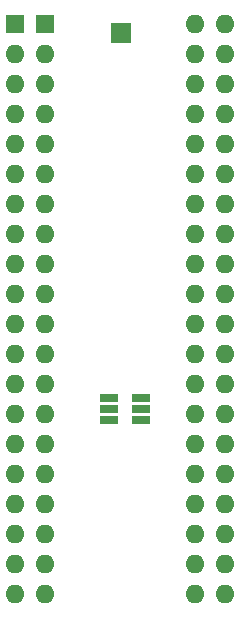
<source format=gbr>
%TF.GenerationSoftware,KiCad,Pcbnew,(5.1.10)-1*%
%TF.CreationDate,2021-09-20T15:06:15+02:00*%
%TF.ProjectId,R6522decode,52363532-3264-4656-936f-64652e6b6963,rev?*%
%TF.SameCoordinates,Original*%
%TF.FileFunction,Soldermask,Top*%
%TF.FilePolarity,Negative*%
%FSLAX46Y46*%
G04 Gerber Fmt 4.6, Leading zero omitted, Abs format (unit mm)*
G04 Created by KiCad (PCBNEW (5.1.10)-1) date 2021-09-20 15:06:15*
%MOMM*%
%LPD*%
G01*
G04 APERTURE LIST*
%ADD10R,1.700000X1.700000*%
%ADD11O,1.600000X1.600000*%
%ADD12R,1.600000X1.600000*%
%ADD13R,1.560000X0.650000*%
G04 APERTURE END LIST*
D10*
%TO.C,J1*%
X108350000Y-75180000D03*
%TD*%
D11*
%TO.C,U1*%
X114665001Y-74435001D03*
X99425001Y-122695001D03*
X114665001Y-76975001D03*
X99425001Y-120155001D03*
X114665001Y-79515001D03*
X99425001Y-117615001D03*
X114665001Y-82055001D03*
X99425001Y-115075001D03*
X114665001Y-84595001D03*
X99425001Y-112535001D03*
X114665001Y-87135001D03*
X99425001Y-109995001D03*
X114665001Y-89675001D03*
X99425001Y-107455001D03*
X114665001Y-92215001D03*
X99425001Y-104915001D03*
X114665001Y-94755001D03*
X99425001Y-102375001D03*
X114665001Y-97295001D03*
X99425001Y-99835001D03*
X114665001Y-99835001D03*
X99425001Y-97295001D03*
X114665001Y-102375001D03*
X99425001Y-94755001D03*
X114665001Y-104915001D03*
X99425001Y-92215001D03*
X114665001Y-107455001D03*
X99425001Y-89675001D03*
X114665001Y-109995001D03*
X99425001Y-87135001D03*
X114665001Y-112535001D03*
X99425001Y-84595001D03*
X114665001Y-115075001D03*
X99425001Y-82055001D03*
X114665001Y-117615001D03*
X99425001Y-79515001D03*
X114665001Y-120155001D03*
X99425001Y-76975001D03*
X114665001Y-122695001D03*
D12*
X99425001Y-74435001D03*
%TD*%
%TO.C,U2*%
X101920000Y-74430000D03*
D11*
X117160000Y-122690000D03*
X101920000Y-76970000D03*
X117160000Y-120150000D03*
X101920000Y-79510000D03*
X117160000Y-117610000D03*
X101920000Y-82050000D03*
X117160000Y-115070000D03*
X101920000Y-84590000D03*
X117160000Y-112530000D03*
X101920000Y-87130000D03*
X117160000Y-109990000D03*
X101920000Y-89670000D03*
X117160000Y-107450000D03*
X101920000Y-92210000D03*
X117160000Y-104910000D03*
X101920000Y-94750000D03*
X117160000Y-102370000D03*
X101920000Y-97290000D03*
X117160000Y-99830000D03*
X101920000Y-99830000D03*
X117160000Y-97290000D03*
X101920000Y-102370000D03*
X117160000Y-94750000D03*
X101920000Y-104910000D03*
X117160000Y-92210000D03*
X101920000Y-107450000D03*
X117160000Y-89670000D03*
X101920000Y-109990000D03*
X117160000Y-87130000D03*
X101920000Y-112530000D03*
X117160000Y-84590000D03*
X101920000Y-115070000D03*
X117160000Y-82050000D03*
X101920000Y-117610000D03*
X117160000Y-79510000D03*
X101920000Y-120150000D03*
X117160000Y-76970000D03*
X101920000Y-122690000D03*
X117160000Y-74430000D03*
%TD*%
D13*
%TO.C,U3*%
X110060000Y-107050000D03*
X110060000Y-106100000D03*
X110060000Y-108000000D03*
X107360000Y-108000000D03*
X107360000Y-107050000D03*
X107360000Y-106100000D03*
%TD*%
M02*

</source>
